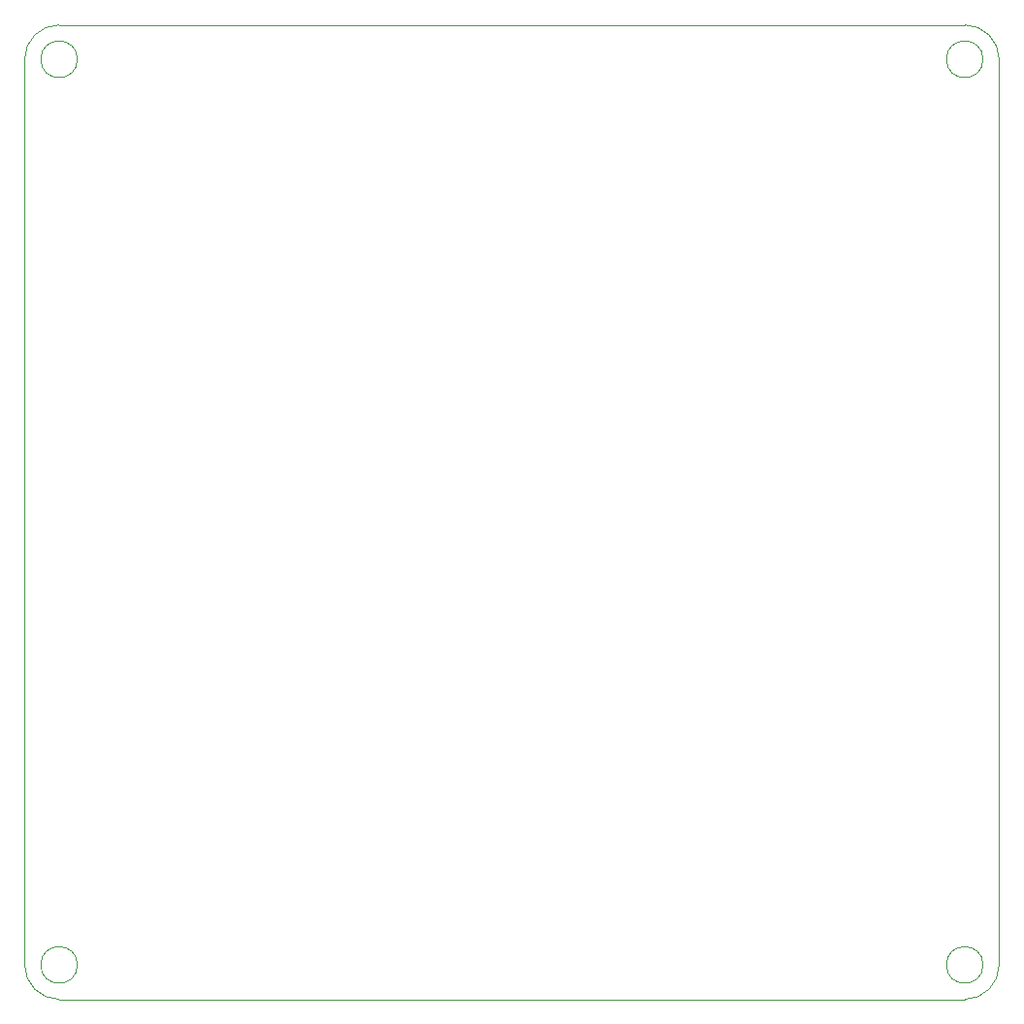
<source format=gm1>
G04 #@! TF.GenerationSoftware,KiCad,Pcbnew,8.0.3-8.0.3-0~ubuntu20.04.1*
G04 #@! TF.CreationDate,2025-01-28T06:04:03-03:00*
G04 #@! TF.ProjectId,hv_pulse_controller,68765f70-756c-4736-955f-636f6e74726f,rev?*
G04 #@! TF.SameCoordinates,Original*
G04 #@! TF.FileFunction,Profile,NP*
%FSLAX46Y46*%
G04 Gerber Fmt 4.6, Leading zero omitted, Abs format (unit mm)*
G04 Created by KiCad (PCBNEW 8.0.3-8.0.3-0~ubuntu20.04.1) date 2025-01-28 06:04:03*
%MOMM*%
%LPD*%
G01*
G04 APERTURE LIST*
G04 #@! TA.AperFunction,Profile*
%ADD10C,0.050000*%
G04 #@! TD*
G04 #@! TA.AperFunction,Profile*
%ADD11C,0.100000*%
G04 #@! TD*
G04 APERTURE END LIST*
D10*
X103000000Y-65000000D02*
X182000000Y-65000000D01*
X103000000Y-150000000D02*
X182000000Y-150000000D01*
X185000000Y-147000000D02*
X185000000Y-68000000D01*
X100000000Y-68000000D02*
X100000000Y-147000000D01*
X100000000Y-68000000D02*
G75*
G02*
X103000000Y-65000000I3000000J0D01*
G01*
D11*
X183600000Y-68000000D02*
G75*
G02*
X180400000Y-68000000I-1600000J0D01*
G01*
X180400000Y-68000000D02*
G75*
G02*
X183600000Y-68000000I1600000J0D01*
G01*
X183600000Y-147000000D02*
G75*
G02*
X180400000Y-147000000I-1600000J0D01*
G01*
X180400000Y-147000000D02*
G75*
G02*
X183600000Y-147000000I1600000J0D01*
G01*
X104600000Y-68000000D02*
G75*
G02*
X101400000Y-68000000I-1600000J0D01*
G01*
X101400000Y-68000000D02*
G75*
G02*
X104600000Y-68000000I1600000J0D01*
G01*
D10*
X103000000Y-150000000D02*
G75*
G02*
X100000000Y-147000000I0J3000000D01*
G01*
X182000000Y-65000000D02*
G75*
G02*
X185000000Y-68000000I0J-3000000D01*
G01*
D11*
X104600000Y-147000000D02*
G75*
G02*
X101400000Y-147000000I-1600000J0D01*
G01*
X101400000Y-147000000D02*
G75*
G02*
X104600000Y-147000000I1600000J0D01*
G01*
D10*
X185000000Y-147000000D02*
G75*
G02*
X182000000Y-150000000I-3000000J0D01*
G01*
M02*

</source>
